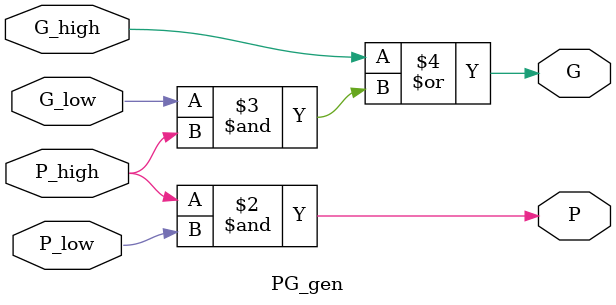
<source format=v>
`timescale 1ns / 1ps


module bkadder_32(A, B, CIN, SUM, COUT); // Toplevel module
    input [31:0] A, B;
    input CIN;
    output reg [31:0] SUM;
    output reg COUT;

    // Wires for propagate and generate signals
    wire [31:0] P, G;
    wire [15:0] P1, G1;
    wire [7:0] P2, G2;
    wire [3:0] P3, G3;
    wire [1:0] P4, G4;
    wire P5, G5;
    reg [31:0] P_inter, G_inter; // Intermediate P and G
    
     // Declarations outside the always block
    reg [31:0] C; // Register to store carries
    integer j;    // Loop variable

    // Individual P and G generation
    pg pg_32(.a(A), .b(B), .p(P), .g(G));

    // Level 1 (Combine adjacent bits)
    generate
        genvar i;
        for (i = 0; i < 16; i = i + 1) begin : PG_L1
            PG_gen PG_1(.P_high(P[2*i+1]), .P_low(P[2*i]), .G_high(G[2*i+1]), .G_low(G[2*i]), .P(P1[i]), .G(G1[i]));
        end
    endgenerate

    // Level 2
    generate
        for (i = 0; i < 8; i = i + 1) begin : PG_L2
            PG_gen PG_2(.P_high(P1[2*i+1]), .P_low(P1[2*i]), .G_high(G1[2*i+1]), .G_low(G1[2*i]), .P(P2[i]), .G(G2[i]));
        end
    endgenerate

    // Level 3
    generate
        for (i = 0; i < 4; i = i + 1) begin : PG_L3
            PG_gen PG_3(.P_high(P2[2*i+1]), .P_low(P2[2*i]), .G_high(G2[2*i+1]), .G_low(G2[2*i]), .P(P3[i]), .G(G3[i]));
        end
    endgenerate

    // Level 4
    generate
        for (i = 0; i < 2; i = i + 1) begin : PG_L4
            PG_gen PG_4(.P_high(P3[2*i+1]), .P_low(P3[2*i]), .G_high(G3[2*i+1]), .G_low(G3[2*i]), .P(P4[i]), .G(G4[i]));
        end
    endgenerate

    // Level 5 (Final)
    PG_gen PG_5(.P_high(P4[1]), .P_low(P4[0]), .G_high(G4[1]), .G_low(G4[0]), .P(P5), .G(G5));

  

        // Final Carry and Sum Calculation
    always @(A or B or CIN) begin
    // Initialize carry register
    C[0] = G[0] | (P[0] & CIN); // Carry for bit 0
    for (j = 1; j < 32; j = j + 1) begin
        C[j] = G[j] | (P[j] & C[j-1]); // Carry for bit j
    end

    // Sum Calculation
    SUM = P ^ {C[30:0], CIN}; // Use computed carries for sum

    // Final Carry Out
    COUT = C[31]; // Carry out is the last carry
    end
    
   
endmodule

// Module for individual P and G generation
module pg(a, b, p, g);
    input [31:0] a, b;
    output [31:0] p, g;
    assign p = a ^ b;
    assign g = a & b;
endmodule

// Module for intermediate P and G generation
module PG_gen(P_high, P_low, G_high, G_low, P, G);
    input P_high, P_low, G_high, G_low;
    output P, G;
    assign P = P_high & P_low;
    assign G = G_high | (G_low & P_high);
endmodule


</source>
